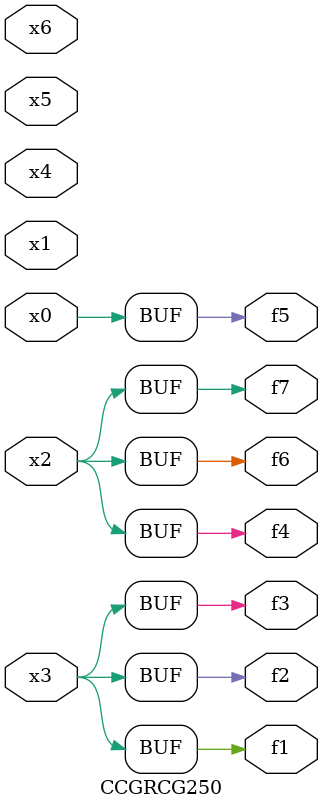
<source format=v>
module CCGRCG250(
	input x0, x1, x2, x3, x4, x5, x6,
	output f1, f2, f3, f4, f5, f6, f7
);
	assign f1 = x3;
	assign f2 = x3;
	assign f3 = x3;
	assign f4 = x2;
	assign f5 = x0;
	assign f6 = x2;
	assign f7 = x2;
endmodule

</source>
